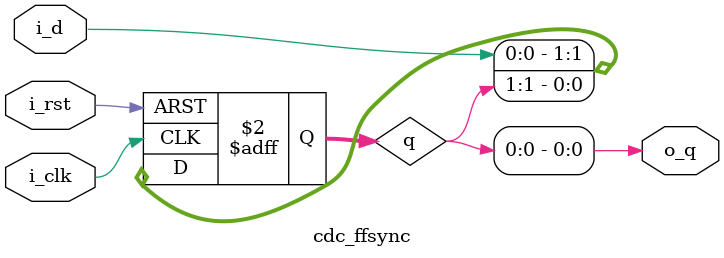
<source format=v>
/****************************************************************************

                            ---- cdc_ffsync ----

Flip-flop synchronizer for clock domain crossing.

****************************************************************************/

module cdc_ffsync #(
    parameter DEPTH = 2,
    parameter INITIAL_VAL = 1'b0,
) (
    input i_clk,
    input i_rst,
    input i_d,
    output o_q
);

    reg [DEPTH-1:0] q;

    always @(posedge i_clk or posedge i_rst) begin
        if (i_rst) begin
            q <= {DEPTH{INITIAL_VAL[0]}};
        end else begin
            q <= {i_d, q[DEPTH-1:1]};
        end
    end

    assign o_q = q[0];

endmodule

</source>
